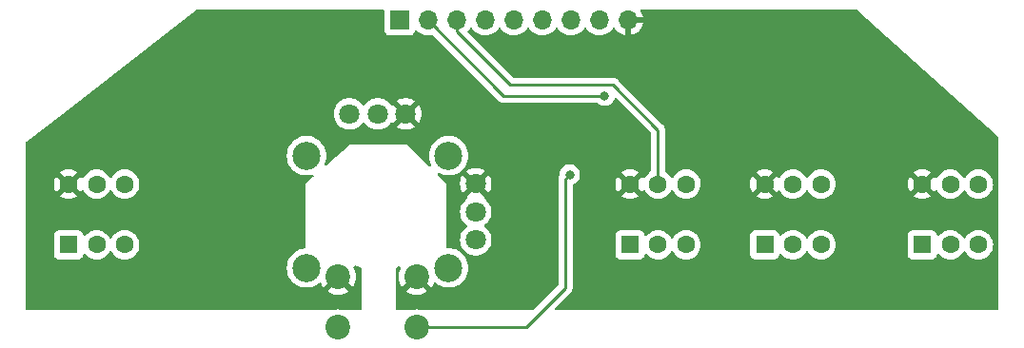
<source format=gtl>
%TF.GenerationSoftware,KiCad,Pcbnew,7.0.9-7.0.9~ubuntu23.10.1*%
%TF.CreationDate,2023-12-22T14:56:40-05:00*%
%TF.ProjectId,buttons,62757474-6f6e-4732-9e6b-696361645f70,rev?*%
%TF.SameCoordinates,Original*%
%TF.FileFunction,Copper,L1,Top*%
%TF.FilePolarity,Positive*%
%FSLAX46Y46*%
G04 Gerber Fmt 4.6, Leading zero omitted, Abs format (unit mm)*
G04 Created by KiCad (PCBNEW 7.0.9-7.0.9~ubuntu23.10.1) date 2023-12-22 14:56:40*
%MOMM*%
%LPD*%
G01*
G04 APERTURE LIST*
%TA.AperFunction,ComponentPad*%
%ADD10C,1.600000*%
%TD*%
%TA.AperFunction,ComponentPad*%
%ADD11R,1.600000X1.600000*%
%TD*%
%TA.AperFunction,ComponentPad*%
%ADD12C,1.800000*%
%TD*%
%TA.AperFunction,ComponentPad*%
%ADD13C,2.500000*%
%TD*%
%TA.AperFunction,ComponentPad*%
%ADD14C,2.200000*%
%TD*%
%TA.AperFunction,ComponentPad*%
%ADD15R,1.700000X1.700000*%
%TD*%
%TA.AperFunction,ComponentPad*%
%ADD16O,1.700000X1.700000*%
%TD*%
%TA.AperFunction,ViaPad*%
%ADD17C,0.800000*%
%TD*%
%TA.AperFunction,Conductor*%
%ADD18C,0.250000*%
%TD*%
G04 APERTURE END LIST*
D10*
%TO.P,SW3,1*%
%TO.N,GND*%
X175250000Y-107750000D03*
%TO.P,SW3,2*%
%TO.N,/TABBTN*%
X172750000Y-107750000D03*
%TO.P,SW3,3*%
%TO.N,+3V3*%
X170250000Y-107750000D03*
%TO.P,SW3,4*%
%TO.N,unconnected-(SW3-Pad4)*%
X175250000Y-113150000D03*
%TO.P,SW3,5*%
%TO.N,unconnected-(SW3-Pad5)*%
X172750000Y-113150000D03*
D11*
%TO.P,SW3,6*%
%TO.N,unconnected-(SW3-Pad6)*%
X170250000Y-113150000D03*
%TD*%
D10*
%TO.P,SW2,1*%
%TO.N,GND*%
X163250000Y-107750000D03*
%TO.P,SW2,2*%
%TO.N,/SELBTN*%
X160750000Y-107750000D03*
%TO.P,SW2,3*%
%TO.N,+3V3*%
X158250000Y-107750000D03*
%TO.P,SW2,4*%
%TO.N,unconnected-(SW2-Pad4)*%
X163250000Y-113150000D03*
%TO.P,SW2,5*%
%TO.N,unconnected-(SW2-Pad5)*%
X160750000Y-113150000D03*
D11*
%TO.P,SW2,6*%
%TO.N,unconnected-(SW2-Pad6)*%
X158250000Y-113150000D03*
%TD*%
D10*
%TO.P,SW4,1*%
%TO.N,GND*%
X189250000Y-107750000D03*
%TO.P,SW4,2*%
%TO.N,/PWRBTN*%
X186750000Y-107750000D03*
%TO.P,SW4,3*%
%TO.N,+3V3*%
X184250000Y-107750000D03*
%TO.P,SW4,4*%
%TO.N,unconnected-(SW4-Pad4)*%
X189250000Y-113150000D03*
%TO.P,SW4,5*%
%TO.N,unconnected-(SW4-Pad5)*%
X186750000Y-113150000D03*
D11*
%TO.P,SW4,6*%
%TO.N,unconnected-(SW4-Pad6)*%
X184250000Y-113150000D03*
%TD*%
D12*
%TO.P,SW5,1,B*%
%TO.N,GND*%
X144530000Y-112720000D03*
%TO.P,SW5,2,DTA*%
%TO.N,/YADC*%
X144530000Y-110220000D03*
%TO.P,SW5,3,A*%
%TO.N,+3V3*%
X144530000Y-107720000D03*
%TO.P,SW5,4,A*%
X138300000Y-101490000D03*
%TO.P,SW5,5,DTA*%
%TO.N,/XADC*%
X135800000Y-101490000D03*
%TO.P,SW5,6,B*%
%TO.N,GND*%
X133300000Y-101490000D03*
D13*
%TO.P,SW5,7,GND*%
X129470000Y-105220000D03*
%TO.P,SW5,8,GND*%
X129470000Y-115220000D03*
%TO.P,SW5,9,GND*%
X142120000Y-115220000D03*
%TO.P,SW5,10,GND*%
X142120000Y-105220000D03*
D14*
%TO.P,SW5,a,a*%
%TO.N,+3V3*%
X132280000Y-116010000D03*
%TO.P,SW5,b,b*%
%TO.N,/ADCBTN*%
X132280000Y-120510000D03*
%TO.P,SW5,c,c*%
%TO.N,+3V3*%
X139280000Y-116010000D03*
%TO.P,SW5,d,d*%
%TO.N,/ADCBTN*%
X139280000Y-120510000D03*
%TD*%
D10*
%TO.P,SW1,1*%
%TO.N,GND*%
X113300000Y-107750000D03*
%TO.P,SW1,2*%
%TO.N,/MENBTN*%
X110800000Y-107750000D03*
%TO.P,SW1,3*%
%TO.N,+3V3*%
X108300000Y-107750000D03*
%TO.P,SW1,4*%
%TO.N,unconnected-(SW1-Pad4)*%
X113300000Y-113150000D03*
%TO.P,SW1,5*%
%TO.N,unconnected-(SW1-Pad5)*%
X110800000Y-113150000D03*
D11*
%TO.P,SW1,6*%
%TO.N,unconnected-(SW1-Pad6)*%
X108300000Y-113150000D03*
%TD*%
D15*
%TO.P,J1,1,Pin_1*%
%TO.N,GND*%
X137750000Y-93175000D03*
D16*
%TO.P,J1,2,Pin_2*%
%TO.N,/PWRBTN*%
X140290000Y-93175000D03*
%TO.P,J1,3,Pin_3*%
%TO.N,/SELBTN*%
X142830000Y-93175000D03*
%TO.P,J1,4,Pin_4*%
%TO.N,/XADC*%
X145370000Y-93175000D03*
%TO.P,J1,5,Pin_5*%
%TO.N,/YADC*%
X147910000Y-93175000D03*
%TO.P,J1,6,Pin_6*%
%TO.N,/MENBTN*%
X150450000Y-93175000D03*
%TO.P,J1,7,Pin_7*%
%TO.N,/ADCBTN*%
X152990000Y-93175000D03*
%TO.P,J1,8,Pin_8*%
%TO.N,/TABBTN*%
X155530000Y-93175000D03*
%TO.P,J1,9,Pin_9*%
%TO.N,+3V3*%
X158070000Y-93175000D03*
%TD*%
D17*
%TO.N,/ADCBTN*%
X152900000Y-106900000D03*
%TO.N,/PWRBTN*%
X156000000Y-99900000D03*
%TD*%
D18*
%TO.N,/ADCBTN*%
X148990000Y-120510000D02*
X139280000Y-120510000D01*
X152900000Y-106900000D02*
X152510000Y-107290000D01*
X152510000Y-107290000D02*
X152510000Y-116990000D01*
X152510000Y-116990000D02*
X148990000Y-120510000D01*
%TO.N,/SELBTN*%
X147600000Y-98900000D02*
X142830000Y-94130000D01*
X156725305Y-98900000D02*
X147600000Y-98900000D01*
X160750000Y-102924695D02*
X156725305Y-98900000D01*
X142830000Y-94130000D02*
X142830000Y-93175000D01*
X160750000Y-107750000D02*
X160750000Y-102924695D01*
%TO.N,/PWRBTN*%
X156000000Y-99900000D02*
X147015000Y-99900000D01*
X147015000Y-99900000D02*
X140290000Y-93175000D01*
%TD*%
%TA.AperFunction,Conductor*%
%TO.N,+3V3*%
G36*
X136342539Y-92219685D02*
G01*
X136388294Y-92272489D01*
X136399500Y-92324000D01*
X136399500Y-94072870D01*
X136399501Y-94072876D01*
X136405908Y-94132483D01*
X136456202Y-94267328D01*
X136456206Y-94267335D01*
X136542452Y-94382544D01*
X136542455Y-94382547D01*
X136657664Y-94468793D01*
X136657671Y-94468797D01*
X136792517Y-94519091D01*
X136792516Y-94519091D01*
X136799444Y-94519835D01*
X136852127Y-94525500D01*
X138647872Y-94525499D01*
X138707483Y-94519091D01*
X138842331Y-94468796D01*
X138957546Y-94382546D01*
X139043796Y-94267331D01*
X139092810Y-94135916D01*
X139134681Y-94079984D01*
X139200145Y-94055566D01*
X139268418Y-94070417D01*
X139296673Y-94091569D01*
X139418599Y-94213495D01*
X139515384Y-94281265D01*
X139612165Y-94349032D01*
X139612167Y-94349033D01*
X139612170Y-94349035D01*
X139826337Y-94448903D01*
X140054592Y-94510063D01*
X140231034Y-94525500D01*
X140289999Y-94530659D01*
X140290000Y-94530659D01*
X140290001Y-94530659D01*
X140348966Y-94525500D01*
X140525408Y-94510063D01*
X140625873Y-94483143D01*
X140695722Y-94484806D01*
X140745647Y-94515237D01*
X146514197Y-100283788D01*
X146524022Y-100296051D01*
X146524243Y-100295869D01*
X146529214Y-100301878D01*
X146541624Y-100313531D01*
X146579635Y-100349226D01*
X146600529Y-100370120D01*
X146606011Y-100374373D01*
X146610443Y-100378157D01*
X146644418Y-100410062D01*
X146661976Y-100419714D01*
X146678235Y-100430395D01*
X146694064Y-100442673D01*
X146736838Y-100461182D01*
X146742056Y-100463738D01*
X146782908Y-100486197D01*
X146802316Y-100491180D01*
X146820717Y-100497480D01*
X146839104Y-100505437D01*
X146882488Y-100512308D01*
X146885119Y-100512725D01*
X146890839Y-100513909D01*
X146935981Y-100525500D01*
X146956016Y-100525500D01*
X146975414Y-100527026D01*
X146995194Y-100530159D01*
X146995195Y-100530160D01*
X146995195Y-100530159D01*
X146995196Y-100530160D01*
X147041584Y-100525775D01*
X147047422Y-100525500D01*
X155296252Y-100525500D01*
X155363291Y-100545185D01*
X155388400Y-100566526D01*
X155394126Y-100572885D01*
X155394130Y-100572889D01*
X155547265Y-100684148D01*
X155547270Y-100684151D01*
X155720192Y-100761142D01*
X155720197Y-100761144D01*
X155905354Y-100800500D01*
X155905355Y-100800500D01*
X156094644Y-100800500D01*
X156094646Y-100800500D01*
X156279803Y-100761144D01*
X156452730Y-100684151D01*
X156605871Y-100572888D01*
X156732533Y-100432216D01*
X156827179Y-100268284D01*
X156858286Y-100172545D01*
X156897723Y-100114871D01*
X156962082Y-100087672D01*
X157030928Y-100099586D01*
X157063898Y-100123183D01*
X160088181Y-103147466D01*
X160121666Y-103208789D01*
X160124500Y-103235147D01*
X160124500Y-106535811D01*
X160104815Y-106602850D01*
X160071623Y-106637386D01*
X159910859Y-106749953D01*
X159749954Y-106910858D01*
X159619432Y-107097265D01*
X159619430Y-107097269D01*
X159612105Y-107112978D01*
X159565931Y-107165417D01*
X159498737Y-107184567D01*
X159431857Y-107164350D01*
X159387341Y-107112974D01*
X159380132Y-107097515D01*
X159380131Y-107097512D01*
X159329026Y-107024526D01*
X159329025Y-107024526D01*
X158733075Y-107620476D01*
X158709492Y-107540157D01*
X158631760Y-107419203D01*
X158523100Y-107325048D01*
X158392315Y-107265321D01*
X158382532Y-107263914D01*
X158975472Y-106670974D01*
X158975471Y-106670973D01*
X158902483Y-106619866D01*
X158902481Y-106619865D01*
X158696326Y-106523734D01*
X158696317Y-106523730D01*
X158476610Y-106464860D01*
X158476599Y-106464858D01*
X158250002Y-106445034D01*
X158249998Y-106445034D01*
X158023400Y-106464858D01*
X158023389Y-106464860D01*
X157803682Y-106523730D01*
X157803673Y-106523734D01*
X157597513Y-106619868D01*
X157524527Y-106670972D01*
X157524526Y-106670973D01*
X158117468Y-107263914D01*
X158107685Y-107265321D01*
X157976900Y-107325048D01*
X157868240Y-107419203D01*
X157790508Y-107540157D01*
X157766923Y-107620476D01*
X157170973Y-107024526D01*
X157170972Y-107024527D01*
X157119868Y-107097513D01*
X157023734Y-107303673D01*
X157023730Y-107303682D01*
X156964860Y-107523389D01*
X156964858Y-107523400D01*
X156945034Y-107749997D01*
X156945034Y-107750002D01*
X156964858Y-107976599D01*
X156964860Y-107976610D01*
X157023730Y-108196317D01*
X157023734Y-108196326D01*
X157119865Y-108402481D01*
X157119866Y-108402483D01*
X157170973Y-108475471D01*
X157170974Y-108475472D01*
X157766923Y-107879522D01*
X157790508Y-107959843D01*
X157868240Y-108080797D01*
X157976900Y-108174952D01*
X158107685Y-108234679D01*
X158117467Y-108236085D01*
X157524526Y-108829025D01*
X157524526Y-108829026D01*
X157597512Y-108880131D01*
X157597516Y-108880133D01*
X157803673Y-108976265D01*
X157803682Y-108976269D01*
X158023389Y-109035139D01*
X158023400Y-109035141D01*
X158249998Y-109054966D01*
X158250002Y-109054966D01*
X158476599Y-109035141D01*
X158476610Y-109035139D01*
X158696317Y-108976269D01*
X158696331Y-108976264D01*
X158902478Y-108880136D01*
X158975472Y-108829025D01*
X158382533Y-108236085D01*
X158392315Y-108234679D01*
X158523100Y-108174952D01*
X158631760Y-108080797D01*
X158709492Y-107959843D01*
X158733076Y-107879523D01*
X159329025Y-108475472D01*
X159380134Y-108402481D01*
X159387340Y-108387028D01*
X159433511Y-108334587D01*
X159500704Y-108315433D01*
X159567585Y-108335646D01*
X159612105Y-108387022D01*
X159619430Y-108402730D01*
X159619432Y-108402734D01*
X159749954Y-108589141D01*
X159910858Y-108750045D01*
X159910861Y-108750047D01*
X160097266Y-108880568D01*
X160303504Y-108976739D01*
X160523308Y-109035635D01*
X160685230Y-109049801D01*
X160749998Y-109055468D01*
X160750000Y-109055468D01*
X160750002Y-109055468D01*
X160806673Y-109050509D01*
X160976692Y-109035635D01*
X161196496Y-108976739D01*
X161402734Y-108880568D01*
X161589139Y-108750047D01*
X161750047Y-108589139D01*
X161880568Y-108402734D01*
X161887618Y-108387614D01*
X161933789Y-108335176D01*
X162000982Y-108316023D01*
X162067864Y-108336238D01*
X162112381Y-108387614D01*
X162119432Y-108402733D01*
X162119432Y-108402734D01*
X162249954Y-108589141D01*
X162410858Y-108750045D01*
X162410861Y-108750047D01*
X162597266Y-108880568D01*
X162803504Y-108976739D01*
X163023308Y-109035635D01*
X163185230Y-109049801D01*
X163249998Y-109055468D01*
X163250000Y-109055468D01*
X163250002Y-109055468D01*
X163306673Y-109050509D01*
X163476692Y-109035635D01*
X163696496Y-108976739D01*
X163902734Y-108880568D01*
X164089139Y-108750047D01*
X164250047Y-108589139D01*
X164380568Y-108402734D01*
X164476739Y-108196496D01*
X164535635Y-107976692D01*
X164555468Y-107750002D01*
X168945034Y-107750002D01*
X168964858Y-107976599D01*
X168964860Y-107976610D01*
X169023730Y-108196317D01*
X169023734Y-108196326D01*
X169119865Y-108402481D01*
X169119866Y-108402483D01*
X169170973Y-108475471D01*
X169170974Y-108475472D01*
X169766923Y-107879522D01*
X169790508Y-107959843D01*
X169868240Y-108080797D01*
X169976900Y-108174952D01*
X170107685Y-108234679D01*
X170117467Y-108236085D01*
X169524526Y-108829025D01*
X169524526Y-108829026D01*
X169597512Y-108880131D01*
X169597516Y-108880133D01*
X169803673Y-108976265D01*
X169803682Y-108976269D01*
X170023389Y-109035139D01*
X170023400Y-109035141D01*
X170249998Y-109054966D01*
X170250002Y-109054966D01*
X170476599Y-109035141D01*
X170476610Y-109035139D01*
X170696317Y-108976269D01*
X170696331Y-108976264D01*
X170902478Y-108880136D01*
X170975472Y-108829025D01*
X170382533Y-108236085D01*
X170392315Y-108234679D01*
X170523100Y-108174952D01*
X170631760Y-108080797D01*
X170709492Y-107959843D01*
X170733076Y-107879523D01*
X171329025Y-108475472D01*
X171380134Y-108402481D01*
X171387340Y-108387028D01*
X171433511Y-108334587D01*
X171500704Y-108315433D01*
X171567585Y-108335646D01*
X171612105Y-108387022D01*
X171619430Y-108402730D01*
X171619432Y-108402734D01*
X171749954Y-108589141D01*
X171910858Y-108750045D01*
X171910861Y-108750047D01*
X172097266Y-108880568D01*
X172303504Y-108976739D01*
X172523308Y-109035635D01*
X172685230Y-109049801D01*
X172749998Y-109055468D01*
X172750000Y-109055468D01*
X172750002Y-109055468D01*
X172806673Y-109050509D01*
X172976692Y-109035635D01*
X173196496Y-108976739D01*
X173402734Y-108880568D01*
X173589139Y-108750047D01*
X173750047Y-108589139D01*
X173880568Y-108402734D01*
X173887618Y-108387614D01*
X173933789Y-108335176D01*
X174000982Y-108316023D01*
X174067864Y-108336238D01*
X174112381Y-108387614D01*
X174119432Y-108402733D01*
X174119432Y-108402734D01*
X174249954Y-108589141D01*
X174410858Y-108750045D01*
X174410861Y-108750047D01*
X174597266Y-108880568D01*
X174803504Y-108976739D01*
X175023308Y-109035635D01*
X175185230Y-109049801D01*
X175249998Y-109055468D01*
X175250000Y-109055468D01*
X175250002Y-109055468D01*
X175306673Y-109050509D01*
X175476692Y-109035635D01*
X175696496Y-108976739D01*
X175902734Y-108880568D01*
X176089139Y-108750047D01*
X176250047Y-108589139D01*
X176380568Y-108402734D01*
X176476739Y-108196496D01*
X176535635Y-107976692D01*
X176555468Y-107750002D01*
X182945034Y-107750002D01*
X182964858Y-107976599D01*
X182964860Y-107976610D01*
X183023730Y-108196317D01*
X183023734Y-108196326D01*
X183119865Y-108402481D01*
X183119866Y-108402483D01*
X183170973Y-108475471D01*
X183170974Y-108475472D01*
X183766923Y-107879522D01*
X183790508Y-107959843D01*
X183868240Y-108080797D01*
X183976900Y-108174952D01*
X184107685Y-108234679D01*
X184117467Y-108236085D01*
X183524526Y-108829025D01*
X183524526Y-108829026D01*
X183597512Y-108880131D01*
X183597516Y-108880133D01*
X183803673Y-108976265D01*
X183803682Y-108976269D01*
X184023389Y-109035139D01*
X184023400Y-109035141D01*
X184249998Y-109054966D01*
X184250002Y-109054966D01*
X184476599Y-109035141D01*
X184476610Y-109035139D01*
X184696317Y-108976269D01*
X184696331Y-108976264D01*
X184902478Y-108880136D01*
X184975472Y-108829025D01*
X184382533Y-108236085D01*
X184392315Y-108234679D01*
X184523100Y-108174952D01*
X184631760Y-108080797D01*
X184709492Y-107959843D01*
X184733076Y-107879523D01*
X185329025Y-108475472D01*
X185380134Y-108402481D01*
X185387340Y-108387028D01*
X185433511Y-108334587D01*
X185500704Y-108315433D01*
X185567585Y-108335646D01*
X185612105Y-108387022D01*
X185619430Y-108402730D01*
X185619432Y-108402734D01*
X185749954Y-108589141D01*
X185910858Y-108750045D01*
X185910861Y-108750047D01*
X186097266Y-108880568D01*
X186303504Y-108976739D01*
X186523308Y-109035635D01*
X186685230Y-109049801D01*
X186749998Y-109055468D01*
X186750000Y-109055468D01*
X186750002Y-109055468D01*
X186806673Y-109050509D01*
X186976692Y-109035635D01*
X187196496Y-108976739D01*
X187402734Y-108880568D01*
X187589139Y-108750047D01*
X187750047Y-108589139D01*
X187880568Y-108402734D01*
X187887618Y-108387614D01*
X187933789Y-108335176D01*
X188000982Y-108316023D01*
X188067864Y-108336238D01*
X188112381Y-108387614D01*
X188119432Y-108402733D01*
X188119432Y-108402734D01*
X188249954Y-108589141D01*
X188410858Y-108750045D01*
X188410861Y-108750047D01*
X188597266Y-108880568D01*
X188803504Y-108976739D01*
X189023308Y-109035635D01*
X189185230Y-109049801D01*
X189249998Y-109055468D01*
X189250000Y-109055468D01*
X189250002Y-109055468D01*
X189306673Y-109050509D01*
X189476692Y-109035635D01*
X189696496Y-108976739D01*
X189902734Y-108880568D01*
X190089139Y-108750047D01*
X190250047Y-108589139D01*
X190380568Y-108402734D01*
X190476739Y-108196496D01*
X190535635Y-107976692D01*
X190555468Y-107750000D01*
X190552843Y-107720001D01*
X190549179Y-107678111D01*
X190535635Y-107523308D01*
X190481023Y-107319492D01*
X190476741Y-107303511D01*
X190476738Y-107303502D01*
X190461206Y-107270194D01*
X190380568Y-107097266D01*
X190250047Y-106910861D01*
X190250045Y-106910858D01*
X190089141Y-106749954D01*
X189902734Y-106619432D01*
X189902732Y-106619431D01*
X189696497Y-106523261D01*
X189696488Y-106523258D01*
X189476697Y-106464366D01*
X189476693Y-106464365D01*
X189476692Y-106464365D01*
X189476691Y-106464364D01*
X189476686Y-106464364D01*
X189250002Y-106444532D01*
X189249998Y-106444532D01*
X189023313Y-106464364D01*
X189023302Y-106464366D01*
X188803511Y-106523258D01*
X188803502Y-106523261D01*
X188597267Y-106619431D01*
X188597265Y-106619432D01*
X188410858Y-106749954D01*
X188249954Y-106910858D01*
X188119433Y-107097264D01*
X188119432Y-107097266D01*
X188112380Y-107112387D01*
X188066209Y-107164825D01*
X187999015Y-107183976D01*
X187932134Y-107163760D01*
X187887619Y-107112387D01*
X187880568Y-107097266D01*
X187750047Y-106910861D01*
X187750045Y-106910858D01*
X187589141Y-106749954D01*
X187402734Y-106619432D01*
X187402732Y-106619431D01*
X187196497Y-106523261D01*
X187196488Y-106523258D01*
X186976697Y-106464366D01*
X186976693Y-106464365D01*
X186976692Y-106464365D01*
X186976691Y-106464364D01*
X186976686Y-106464364D01*
X186750002Y-106444532D01*
X186749998Y-106444532D01*
X186523313Y-106464364D01*
X186523302Y-106464366D01*
X186303511Y-106523258D01*
X186303502Y-106523261D01*
X186097267Y-106619431D01*
X186097265Y-106619432D01*
X185910858Y-106749954D01*
X185749954Y-106910858D01*
X185619432Y-107097265D01*
X185619430Y-107097269D01*
X185612105Y-107112978D01*
X185565931Y-107165417D01*
X185498737Y-107184567D01*
X185431857Y-107164350D01*
X185387341Y-107112974D01*
X185380132Y-107097515D01*
X185380131Y-107097512D01*
X185329026Y-107024526D01*
X185329025Y-107024526D01*
X184733075Y-107620476D01*
X184709492Y-107540157D01*
X184631760Y-107419203D01*
X184523100Y-107325048D01*
X184392315Y-107265321D01*
X184382532Y-107263914D01*
X184975472Y-106670974D01*
X184975471Y-106670973D01*
X184902483Y-106619866D01*
X184902481Y-106619865D01*
X184696326Y-106523734D01*
X184696317Y-106523730D01*
X184476610Y-106464860D01*
X184476599Y-106464858D01*
X184250002Y-106445034D01*
X184249998Y-106445034D01*
X184023400Y-106464858D01*
X184023389Y-106464860D01*
X183803682Y-106523730D01*
X183803673Y-106523734D01*
X183597513Y-106619868D01*
X183524527Y-106670972D01*
X183524526Y-106670973D01*
X184117468Y-107263914D01*
X184107685Y-107265321D01*
X183976900Y-107325048D01*
X183868240Y-107419203D01*
X183790508Y-107540157D01*
X183766923Y-107620476D01*
X183170973Y-107024526D01*
X183170972Y-107024527D01*
X183119868Y-107097513D01*
X183023734Y-107303673D01*
X183023730Y-107303682D01*
X182964860Y-107523389D01*
X182964858Y-107523400D01*
X182945034Y-107749997D01*
X182945034Y-107750002D01*
X176555468Y-107750002D01*
X176555468Y-107750000D01*
X176552843Y-107720001D01*
X176549179Y-107678111D01*
X176535635Y-107523308D01*
X176481023Y-107319492D01*
X176476741Y-107303511D01*
X176476738Y-107303502D01*
X176461206Y-107270194D01*
X176380568Y-107097266D01*
X176250047Y-106910861D01*
X176250045Y-106910858D01*
X176089141Y-106749954D01*
X175902734Y-106619432D01*
X175902732Y-106619431D01*
X175696497Y-106523261D01*
X175696488Y-106523258D01*
X175476697Y-106464366D01*
X175476693Y-106464365D01*
X175476692Y-106464365D01*
X175476691Y-106464364D01*
X175476686Y-106464364D01*
X175250002Y-106444532D01*
X175249998Y-106444532D01*
X175023313Y-106464364D01*
X175023302Y-106464366D01*
X174803511Y-106523258D01*
X174803502Y-106523261D01*
X174597267Y-106619431D01*
X174597265Y-106619432D01*
X174410858Y-106749954D01*
X174249954Y-106910858D01*
X174119433Y-107097264D01*
X174119432Y-107097266D01*
X174112380Y-107112387D01*
X174066209Y-107164825D01*
X173999015Y-107183976D01*
X173932134Y-107163760D01*
X173887619Y-107112387D01*
X173880568Y-107097266D01*
X173750047Y-106910861D01*
X173750045Y-106910858D01*
X173589141Y-106749954D01*
X173402734Y-106619432D01*
X173402732Y-106619431D01*
X173196497Y-106523261D01*
X173196488Y-106523258D01*
X172976697Y-106464366D01*
X172976693Y-106464365D01*
X172976692Y-106464365D01*
X172976691Y-106464364D01*
X172976686Y-106464364D01*
X172750002Y-106444532D01*
X172749998Y-106444532D01*
X172523313Y-106464364D01*
X172523302Y-106464366D01*
X172303511Y-106523258D01*
X172303502Y-106523261D01*
X172097267Y-106619431D01*
X172097265Y-106619432D01*
X171910858Y-106749954D01*
X171749954Y-106910858D01*
X171619432Y-107097265D01*
X171619430Y-107097269D01*
X171612105Y-107112978D01*
X171565931Y-107165417D01*
X171498737Y-107184567D01*
X171431857Y-107164350D01*
X171387341Y-107112974D01*
X171380132Y-107097515D01*
X171380131Y-107097512D01*
X171329026Y-107024526D01*
X170733075Y-107620476D01*
X170709492Y-107540157D01*
X170631760Y-107419203D01*
X170523100Y-107325048D01*
X170392315Y-107265321D01*
X170382532Y-107263914D01*
X170975472Y-106670974D01*
X170975471Y-106670973D01*
X170902483Y-106619866D01*
X170902481Y-106619865D01*
X170696326Y-106523734D01*
X170696317Y-106523730D01*
X170476610Y-106464860D01*
X170476599Y-106464858D01*
X170250002Y-106445034D01*
X170249998Y-106445034D01*
X170023400Y-106464858D01*
X170023389Y-106464860D01*
X169803682Y-106523730D01*
X169803673Y-106523734D01*
X169597513Y-106619868D01*
X169524527Y-106670972D01*
X169524526Y-106670973D01*
X170117468Y-107263914D01*
X170107685Y-107265321D01*
X169976900Y-107325048D01*
X169868240Y-107419203D01*
X169790508Y-107540157D01*
X169766923Y-107620476D01*
X169170973Y-107024526D01*
X169170972Y-107024527D01*
X169119868Y-107097513D01*
X169023734Y-107303673D01*
X169023730Y-107303682D01*
X168964860Y-107523389D01*
X168964858Y-107523400D01*
X168945034Y-107749997D01*
X168945034Y-107750002D01*
X164555468Y-107750002D01*
X164555468Y-107750000D01*
X164552843Y-107720001D01*
X164549179Y-107678111D01*
X164535635Y-107523308D01*
X164481023Y-107319492D01*
X164476741Y-107303511D01*
X164476738Y-107303502D01*
X164461206Y-107270194D01*
X164380568Y-107097266D01*
X164250047Y-106910861D01*
X164250045Y-106910858D01*
X164089141Y-106749954D01*
X163902734Y-106619432D01*
X163902732Y-106619431D01*
X163696497Y-106523261D01*
X163696488Y-106523258D01*
X163476697Y-106464366D01*
X163476693Y-106464365D01*
X163476692Y-106464365D01*
X163476691Y-106464364D01*
X163476686Y-106464364D01*
X163250002Y-106444532D01*
X163249998Y-106444532D01*
X163023313Y-106464364D01*
X163023302Y-106464366D01*
X162803511Y-106523258D01*
X162803502Y-106523261D01*
X162597267Y-106619431D01*
X162597265Y-106619432D01*
X162410858Y-106749954D01*
X162249954Y-106910858D01*
X162119433Y-107097264D01*
X162119432Y-107097266D01*
X162112380Y-107112387D01*
X162066209Y-107164825D01*
X161999015Y-107183976D01*
X161932134Y-107163760D01*
X161887619Y-107112387D01*
X161880568Y-107097266D01*
X161750047Y-106910861D01*
X161750045Y-106910858D01*
X161589140Y-106749953D01*
X161428377Y-106637386D01*
X161384752Y-106582809D01*
X161375500Y-106535811D01*
X161375500Y-103007432D01*
X161377224Y-102991818D01*
X161376938Y-102991791D01*
X161377672Y-102984028D01*
X161375500Y-102914898D01*
X161375500Y-102885346D01*
X161375500Y-102885345D01*
X161374629Y-102878454D01*
X161374172Y-102872640D01*
X161372709Y-102826067D01*
X161367122Y-102806839D01*
X161363174Y-102787779D01*
X161361805Y-102776938D01*
X161360664Y-102767903D01*
X161343507Y-102724570D01*
X161341619Y-102719054D01*
X161328619Y-102674307D01*
X161318418Y-102657058D01*
X161309860Y-102639589D01*
X161302486Y-102620963D01*
X161302483Y-102620959D01*
X161302483Y-102620958D01*
X161275098Y-102583266D01*
X161271890Y-102578382D01*
X161248172Y-102538277D01*
X161248163Y-102538266D01*
X161234005Y-102524108D01*
X161221370Y-102509315D01*
X161209593Y-102493107D01*
X161173693Y-102463408D01*
X161169381Y-102459485D01*
X157226108Y-98516212D01*
X157216285Y-98503950D01*
X157216064Y-98504134D01*
X157211091Y-98498123D01*
X157160669Y-98450773D01*
X157150224Y-98440328D01*
X157139780Y-98429883D01*
X157134291Y-98425625D01*
X157129866Y-98421847D01*
X157095887Y-98389938D01*
X157095885Y-98389936D01*
X157095882Y-98389935D01*
X157078334Y-98380288D01*
X157062068Y-98369604D01*
X157046238Y-98357325D01*
X157003473Y-98338818D01*
X156998227Y-98336248D01*
X156957398Y-98313803D01*
X156957397Y-98313802D01*
X156937998Y-98308822D01*
X156919586Y-98302518D01*
X156901203Y-98294562D01*
X156901197Y-98294560D01*
X156855179Y-98287272D01*
X156849457Y-98286087D01*
X156804326Y-98274500D01*
X156804324Y-98274500D01*
X156784289Y-98274500D01*
X156764891Y-98272973D01*
X156757467Y-98271797D01*
X156745110Y-98269840D01*
X156745109Y-98269840D01*
X156698721Y-98274225D01*
X156692883Y-98274500D01*
X147910452Y-98274500D01*
X147843413Y-98254815D01*
X147822771Y-98238181D01*
X143837424Y-94252833D01*
X143803939Y-94191510D01*
X143808923Y-94121818D01*
X143837423Y-94077472D01*
X143868495Y-94046401D01*
X143998426Y-93860840D01*
X144053001Y-93817217D01*
X144122499Y-93810023D01*
X144184854Y-93841546D01*
X144201574Y-93860841D01*
X144331505Y-94046401D01*
X144498599Y-94213495D01*
X144595384Y-94281265D01*
X144692165Y-94349032D01*
X144692167Y-94349033D01*
X144692170Y-94349035D01*
X144906337Y-94448903D01*
X145134592Y-94510063D01*
X145311034Y-94525500D01*
X145369999Y-94530659D01*
X145370000Y-94530659D01*
X145370001Y-94530659D01*
X145428966Y-94525500D01*
X145605408Y-94510063D01*
X145833663Y-94448903D01*
X146047830Y-94349035D01*
X146241401Y-94213495D01*
X146408495Y-94046401D01*
X146538426Y-93860841D01*
X146593002Y-93817217D01*
X146662500Y-93810023D01*
X146724855Y-93841546D01*
X146741575Y-93860842D01*
X146871281Y-94046082D01*
X146871505Y-94046401D01*
X147038599Y-94213495D01*
X147135384Y-94281265D01*
X147232165Y-94349032D01*
X147232167Y-94349033D01*
X147232170Y-94349035D01*
X147446337Y-94448903D01*
X147674592Y-94510063D01*
X147851034Y-94525500D01*
X147909999Y-94530659D01*
X147910000Y-94530659D01*
X147910001Y-94530659D01*
X147968966Y-94525500D01*
X148145408Y-94510063D01*
X148373663Y-94448903D01*
X148587830Y-94349035D01*
X148781401Y-94213495D01*
X148948495Y-94046401D01*
X149078426Y-93860841D01*
X149133002Y-93817217D01*
X149202500Y-93810023D01*
X149264855Y-93841546D01*
X149281575Y-93860842D01*
X149411281Y-94046082D01*
X149411505Y-94046401D01*
X149578599Y-94213495D01*
X149675384Y-94281265D01*
X149772165Y-94349032D01*
X149772167Y-94349033D01*
X149772170Y-94349035D01*
X149986337Y-94448903D01*
X150214592Y-94510063D01*
X150391034Y-94525500D01*
X150449999Y-94530659D01*
X150450000Y-94530659D01*
X150450001Y-94530659D01*
X150508966Y-94525500D01*
X150685408Y-94510063D01*
X150913663Y-94448903D01*
X151127830Y-94349035D01*
X151321401Y-94213495D01*
X151488495Y-94046401D01*
X151618426Y-93860841D01*
X151673002Y-93817217D01*
X151742500Y-93810023D01*
X151804855Y-93841546D01*
X151821575Y-93860842D01*
X151951281Y-94046082D01*
X151951505Y-94046401D01*
X152118599Y-94213495D01*
X152215384Y-94281265D01*
X152312165Y-94349032D01*
X152312167Y-94349033D01*
X152312170Y-94349035D01*
X152526337Y-94448903D01*
X152754592Y-94510063D01*
X152931034Y-94525500D01*
X152989999Y-94530659D01*
X152990000Y-94530659D01*
X152990001Y-94530659D01*
X153048966Y-94525500D01*
X153225408Y-94510063D01*
X153453663Y-94448903D01*
X153667830Y-94349035D01*
X153861401Y-94213495D01*
X154028495Y-94046401D01*
X154158426Y-93860841D01*
X154213002Y-93817217D01*
X154282500Y-93810023D01*
X154344855Y-93841546D01*
X154361575Y-93860842D01*
X154491281Y-94046082D01*
X154491505Y-94046401D01*
X154658599Y-94213495D01*
X154755384Y-94281265D01*
X154852165Y-94349032D01*
X154852167Y-94349033D01*
X154852170Y-94349035D01*
X155066337Y-94448903D01*
X155294592Y-94510063D01*
X155471034Y-94525500D01*
X155529999Y-94530659D01*
X155530000Y-94530659D01*
X155530001Y-94530659D01*
X155588966Y-94525500D01*
X155765408Y-94510063D01*
X155993663Y-94448903D01*
X156207830Y-94349035D01*
X156401401Y-94213495D01*
X156568495Y-94046401D01*
X156698730Y-93860405D01*
X156753307Y-93816781D01*
X156822805Y-93809587D01*
X156885160Y-93841110D01*
X156901879Y-93860405D01*
X157031890Y-94046078D01*
X157198917Y-94213105D01*
X157392421Y-94348600D01*
X157606507Y-94448429D01*
X157606516Y-94448433D01*
X157820000Y-94505634D01*
X157820000Y-93610501D01*
X157927685Y-93659680D01*
X158034237Y-93675000D01*
X158105763Y-93675000D01*
X158212315Y-93659680D01*
X158320000Y-93610501D01*
X158320000Y-94505633D01*
X158533483Y-94448433D01*
X158533492Y-94448429D01*
X158747578Y-94348600D01*
X158941082Y-94213105D01*
X159108105Y-94046082D01*
X159243600Y-93852578D01*
X159343429Y-93638492D01*
X159343432Y-93638486D01*
X159400636Y-93425000D01*
X158503686Y-93425000D01*
X158529493Y-93384844D01*
X158570000Y-93246889D01*
X158570000Y-93103111D01*
X158529493Y-92965156D01*
X158503686Y-92925000D01*
X159400636Y-92925000D01*
X159400635Y-92924999D01*
X159343432Y-92711513D01*
X159343429Y-92711507D01*
X159243600Y-92497422D01*
X159243599Y-92497420D01*
X159171970Y-92395123D01*
X159149643Y-92328917D01*
X159166653Y-92261150D01*
X159217601Y-92213337D01*
X159273545Y-92200000D01*
X178352541Y-92200000D01*
X178419580Y-92219685D01*
X178435331Y-92231686D01*
X180251425Y-93860405D01*
X190958791Y-103463042D01*
X190995556Y-103522455D01*
X191000000Y-103555355D01*
X191000000Y-118876000D01*
X190980315Y-118943039D01*
X190927511Y-118988794D01*
X190876000Y-119000000D01*
X151683951Y-119000000D01*
X151616912Y-118980315D01*
X151571157Y-118927511D01*
X151561213Y-118858353D01*
X151590238Y-118794797D01*
X151596270Y-118788319D01*
X152893786Y-117490802D01*
X152906048Y-117480980D01*
X152905865Y-117480759D01*
X152911867Y-117475792D01*
X152911877Y-117475786D01*
X152959241Y-117425348D01*
X152980120Y-117404470D01*
X152984373Y-117398986D01*
X152988150Y-117394563D01*
X153020062Y-117360582D01*
X153029714Y-117343023D01*
X153040389Y-117326772D01*
X153052674Y-117310936D01*
X153071186Y-117268152D01*
X153073742Y-117262935D01*
X153096197Y-117222092D01*
X153101180Y-117202680D01*
X153107477Y-117184291D01*
X153115438Y-117165895D01*
X153122729Y-117119853D01*
X153123908Y-117114162D01*
X153135500Y-117069019D01*
X153135500Y-117048983D01*
X153137027Y-117029582D01*
X153140160Y-117009804D01*
X153135775Y-116963415D01*
X153135500Y-116957577D01*
X153135500Y-113997870D01*
X156949500Y-113997870D01*
X156949501Y-113997876D01*
X156955908Y-114057483D01*
X157006202Y-114192328D01*
X157006206Y-114192335D01*
X157092452Y-114307544D01*
X157092455Y-114307547D01*
X157207664Y-114393793D01*
X157207671Y-114393797D01*
X157342517Y-114444091D01*
X157342516Y-114444091D01*
X157349444Y-114444835D01*
X157402127Y-114450500D01*
X159097872Y-114450499D01*
X159157483Y-114444091D01*
X159292331Y-114393796D01*
X159407546Y-114307546D01*
X159493796Y-114192331D01*
X159544091Y-114057483D01*
X159544092Y-114057472D01*
X159545365Y-114052088D01*
X159579933Y-113991369D01*
X159641841Y-113958978D01*
X159711433Y-113965199D01*
X159753725Y-113992912D01*
X159910858Y-114150045D01*
X159910861Y-114150047D01*
X160097266Y-114280568D01*
X160303504Y-114376739D01*
X160303509Y-114376740D01*
X160303511Y-114376741D01*
X160356415Y-114390916D01*
X160523308Y-114435635D01*
X160685230Y-114449801D01*
X160749998Y-114455468D01*
X160750000Y-114455468D01*
X160750002Y-114455468D01*
X160806807Y-114450498D01*
X160976692Y-114435635D01*
X161196496Y-114376739D01*
X161402734Y-114280568D01*
X161589139Y-114150047D01*
X161750047Y-113989139D01*
X161880568Y-113802734D01*
X161887618Y-113787614D01*
X161933789Y-113735176D01*
X162000982Y-113716023D01*
X162067864Y-113736238D01*
X162112381Y-113787614D01*
X162119432Y-113802733D01*
X162119432Y-113802734D01*
X162249954Y-113989141D01*
X162410858Y-114150045D01*
X162410861Y-114150047D01*
X162597266Y-114280568D01*
X162803504Y-114376739D01*
X162803509Y-114376740D01*
X162803511Y-114376741D01*
X162856415Y-114390916D01*
X163023308Y-114435635D01*
X163185230Y-114449801D01*
X163249998Y-114455468D01*
X163250000Y-114455468D01*
X163250002Y-114455468D01*
X163306807Y-114450498D01*
X163476692Y-114435635D01*
X163696496Y-114376739D01*
X163902734Y-114280568D01*
X164089139Y-114150047D01*
X164241316Y-113997870D01*
X168949500Y-113997870D01*
X168949501Y-113997876D01*
X168955908Y-114057483D01*
X169006202Y-114192328D01*
X169006206Y-114192335D01*
X169092452Y-114307544D01*
X169092455Y-114307547D01*
X169207664Y-114393793D01*
X169207671Y-114393797D01*
X169342517Y-114444091D01*
X169342516Y-114444091D01*
X169349444Y-114444835D01*
X169402127Y-114450500D01*
X171097872Y-114450499D01*
X171157483Y-114444091D01*
X171292331Y-114393796D01*
X171407546Y-114307546D01*
X171493796Y-114192331D01*
X171544091Y-114057483D01*
X171544092Y-114057472D01*
X171545365Y-114052088D01*
X171579933Y-113991369D01*
X171641841Y-113958978D01*
X171711433Y-113965199D01*
X171753725Y-113992912D01*
X171910858Y-114150045D01*
X171910861Y-114150047D01*
X172097266Y-114280568D01*
X172303504Y-114376739D01*
X172303509Y-114376740D01*
X172303511Y-114376741D01*
X172356415Y-114390916D01*
X172523308Y-114435635D01*
X172685230Y-114449801D01*
X172749998Y-114455468D01*
X172750000Y-114455468D01*
X172750002Y-114455468D01*
X172806807Y-114450498D01*
X172976692Y-114435635D01*
X173196496Y-114376739D01*
X173402734Y-114280568D01*
X173589139Y-114150047D01*
X173750047Y-113989139D01*
X173880568Y-113802734D01*
X173887618Y-113787614D01*
X173933789Y-113735176D01*
X174000982Y-113716023D01*
X174067864Y-113736238D01*
X174112381Y-113787614D01*
X174119432Y-113802733D01*
X174119432Y-113802734D01*
X174249954Y-113989141D01*
X174410858Y-114150045D01*
X174410861Y-114150047D01*
X174597266Y-114280568D01*
X174803504Y-114376739D01*
X174803509Y-114376740D01*
X174803511Y-114376741D01*
X174856415Y-114390916D01*
X175023308Y-114435635D01*
X175185230Y-114449801D01*
X175249998Y-114455468D01*
X175250000Y-114455468D01*
X175250002Y-114455468D01*
X175306807Y-114450498D01*
X175476692Y-114435635D01*
X175696496Y-114376739D01*
X175902734Y-114280568D01*
X176089139Y-114150047D01*
X176241316Y-113997870D01*
X182949500Y-113997870D01*
X182949501Y-113997876D01*
X182955908Y-114057483D01*
X183006202Y-114192328D01*
X183006206Y-114192335D01*
X183092452Y-114307544D01*
X183092455Y-114307547D01*
X183207664Y-114393793D01*
X183207671Y-114393797D01*
X183342517Y-114444091D01*
X183342516Y-114444091D01*
X183349444Y-114444835D01*
X183402127Y-114450500D01*
X185097872Y-114450499D01*
X185157483Y-114444091D01*
X185292331Y-114393796D01*
X185407546Y-114307546D01*
X185493796Y-114192331D01*
X185544091Y-114057483D01*
X185544092Y-114057472D01*
X185545365Y-114052088D01*
X185579933Y-113991369D01*
X185641841Y-113958978D01*
X185711433Y-113965199D01*
X185753725Y-113992912D01*
X185910858Y-114150045D01*
X185910861Y-114150047D01*
X186097266Y-114280568D01*
X186303504Y-114376739D01*
X186303509Y-114376740D01*
X186303511Y-114376741D01*
X186356415Y-114390916D01*
X186523308Y-114435635D01*
X186685230Y-114449801D01*
X186749998Y-114455468D01*
X186750000Y-114455468D01*
X186750002Y-114455468D01*
X186806807Y-114450498D01*
X186976692Y-114435635D01*
X187196496Y-114376739D01*
X187402734Y-114280568D01*
X187589139Y-114150047D01*
X187750047Y-113989139D01*
X187880568Y-113802734D01*
X187887618Y-113787614D01*
X187933789Y-113735176D01*
X188000982Y-113716023D01*
X188067864Y-113736238D01*
X188112381Y-113787614D01*
X188119432Y-113802733D01*
X188119432Y-113802734D01*
X188249954Y-113989141D01*
X188410858Y-114150045D01*
X188410861Y-114150047D01*
X188597266Y-114280568D01*
X188803504Y-114376739D01*
X188803509Y-114376740D01*
X188803511Y-114376741D01*
X188856415Y-114390916D01*
X189023308Y-114435635D01*
X189185230Y-114449801D01*
X189249998Y-114455468D01*
X189250000Y-114455468D01*
X189250002Y-114455468D01*
X189306807Y-114450498D01*
X189476692Y-114435635D01*
X189696496Y-114376739D01*
X189902734Y-114280568D01*
X190089139Y-114150047D01*
X190250047Y-113989139D01*
X190380568Y-113802734D01*
X190476739Y-113596496D01*
X190535635Y-113376692D01*
X190555468Y-113150000D01*
X190535635Y-112923308D01*
X190476739Y-112703504D01*
X190380568Y-112497266D01*
X190250047Y-112310861D01*
X190250045Y-112310858D01*
X190089141Y-112149954D01*
X189902734Y-112019432D01*
X189902732Y-112019431D01*
X189696497Y-111923261D01*
X189696488Y-111923258D01*
X189476697Y-111864366D01*
X189476693Y-111864365D01*
X189476692Y-111864365D01*
X189476691Y-111864364D01*
X189476686Y-111864364D01*
X189250002Y-111844532D01*
X189249998Y-111844532D01*
X189023313Y-111864364D01*
X189023302Y-111864366D01*
X188803511Y-111923258D01*
X188803502Y-111923261D01*
X188597267Y-112019431D01*
X188597265Y-112019432D01*
X188410858Y-112149954D01*
X188249954Y-112310858D01*
X188119433Y-112497264D01*
X188119432Y-112497266D01*
X188112380Y-112512387D01*
X188066209Y-112564825D01*
X187999015Y-112583976D01*
X187932134Y-112563760D01*
X187887619Y-112512387D01*
X187880568Y-112497266D01*
X187750047Y-112310861D01*
X187750045Y-112310858D01*
X187589141Y-112149954D01*
X187402734Y-112019432D01*
X187402732Y-112019431D01*
X187196497Y-111923261D01*
X187196488Y-111923258D01*
X186976697Y-111864366D01*
X186976693Y-111864365D01*
X186976692Y-111864365D01*
X186976691Y-111864364D01*
X186976686Y-111864364D01*
X186750002Y-111844532D01*
X186749998Y-111844532D01*
X186523313Y-111864364D01*
X186523302Y-111864366D01*
X186303511Y-111923258D01*
X186303502Y-111923261D01*
X186097267Y-112019431D01*
X186097265Y-112019432D01*
X185910862Y-112149951D01*
X185753726Y-112307087D01*
X185692403Y-112340571D01*
X185622711Y-112335587D01*
X185566778Y-112293715D01*
X185545369Y-112247923D01*
X185544091Y-112242518D01*
X185493797Y-112107671D01*
X185493793Y-112107664D01*
X185407547Y-111992455D01*
X185407544Y-111992452D01*
X185292335Y-111906206D01*
X185292328Y-111906202D01*
X185157482Y-111855908D01*
X185157483Y-111855908D01*
X185097883Y-111849501D01*
X185097881Y-111849500D01*
X185097873Y-111849500D01*
X185097864Y-111849500D01*
X183402129Y-111849500D01*
X183402123Y-111849501D01*
X183342516Y-111855908D01*
X183207671Y-111906202D01*
X183207664Y-111906206D01*
X183092455Y-111992452D01*
X183092452Y-111992455D01*
X183006206Y-112107664D01*
X183006202Y-112107671D01*
X182955908Y-112242517D01*
X182949501Y-112302116D01*
X182949500Y-112302135D01*
X182949500Y-113997870D01*
X176241316Y-113997870D01*
X176250047Y-113989139D01*
X176380568Y-113802734D01*
X176476739Y-113596496D01*
X176535635Y-113376692D01*
X176555468Y-113150000D01*
X176535635Y-112923308D01*
X176476739Y-112703504D01*
X176380568Y-112497266D01*
X176250047Y-112310861D01*
X176250045Y-112310858D01*
X176089141Y-112149954D01*
X175902734Y-112019432D01*
X175902732Y-112019431D01*
X175696497Y-111923261D01*
X175696488Y-111923258D01*
X175476697Y-111864366D01*
X175476693Y-111864365D01*
X175476692Y-111864365D01*
X175476691Y-111864364D01*
X175476686Y-111864364D01*
X175250002Y-111844532D01*
X175249998Y-111844532D01*
X175023313Y-111864364D01*
X175023302Y-111864366D01*
X174803511Y-111923258D01*
X174803502Y-111923261D01*
X174597267Y-112019431D01*
X174597265Y-112019432D01*
X174410858Y-112149954D01*
X174249954Y-112310858D01*
X174119433Y-112497264D01*
X174119432Y-112497266D01*
X174112380Y-112512387D01*
X174066209Y-112564825D01*
X173999015Y-112583976D01*
X173932134Y-112563760D01*
X173887619Y-112512387D01*
X173880568Y-112497266D01*
X173750047Y-112310861D01*
X173750045Y-112310858D01*
X173589141Y-112149954D01*
X173402734Y-112019432D01*
X173402732Y-112019431D01*
X173196497Y-111923261D01*
X173196488Y-111923258D01*
X172976697Y-111864366D01*
X172976693Y-111864365D01*
X172976692Y-111864365D01*
X172976691Y-111864364D01*
X172976686Y-111864364D01*
X172750002Y-111844532D01*
X172749998Y-111844532D01*
X172523313Y-111864364D01*
X172523302Y-111864366D01*
X172303511Y-111923258D01*
X172303502Y-111923261D01*
X172097267Y-112019431D01*
X172097265Y-112019432D01*
X171910862Y-112149951D01*
X171753726Y-112307087D01*
X171692403Y-112340571D01*
X171622711Y-112335587D01*
X171566778Y-112293715D01*
X171545369Y-112247923D01*
X171544091Y-112242518D01*
X171493797Y-112107671D01*
X171493793Y-112107664D01*
X171407547Y-111992455D01*
X171407544Y-111992452D01*
X171292335Y-111906206D01*
X171292328Y-111906202D01*
X171157482Y-111855908D01*
X171157483Y-111855908D01*
X171097883Y-111849501D01*
X171097881Y-111849500D01*
X171097873Y-111849500D01*
X171097864Y-111849500D01*
X169402129Y-111849500D01*
X169402123Y-111849501D01*
X169342516Y-111855908D01*
X169207671Y-111906202D01*
X169207664Y-111906206D01*
X169092455Y-111992452D01*
X169092452Y-111992455D01*
X169006206Y-112107664D01*
X169006202Y-112107671D01*
X168955908Y-112242517D01*
X168949501Y-112302116D01*
X168949500Y-112302135D01*
X168949500Y-113997870D01*
X164241316Y-113997870D01*
X164250047Y-113989139D01*
X164380568Y-113802734D01*
X164476739Y-113596496D01*
X164535635Y-113376692D01*
X164555468Y-113150000D01*
X164535635Y-112923308D01*
X164476739Y-112703504D01*
X164380568Y-112497266D01*
X164250047Y-112310861D01*
X164250045Y-112310858D01*
X164089141Y-112149954D01*
X163902734Y-112019432D01*
X163902732Y-112019431D01*
X163696497Y-111923261D01*
X163696488Y-111923258D01*
X163476697Y-111864366D01*
X163476693Y-111864365D01*
X163476692Y-111864365D01*
X163476691Y-111864364D01*
X163476686Y-111864364D01*
X163250002Y-111844532D01*
X163249998Y-111844532D01*
X163023313Y-111864364D01*
X163023302Y-111864366D01*
X162803511Y-111923258D01*
X162803502Y-111923261D01*
X162597267Y-112019431D01*
X162597265Y-112019432D01*
X162410858Y-112149954D01*
X162249954Y-112310858D01*
X162119433Y-112497264D01*
X162119432Y-112497266D01*
X162112380Y-112512387D01*
X162066209Y-112564825D01*
X161999015Y-112583976D01*
X161932134Y-112563760D01*
X161887619Y-112512387D01*
X161880568Y-112497266D01*
X161750047Y-112310861D01*
X161750045Y-112310858D01*
X161589141Y-112149954D01*
X161402734Y-112019432D01*
X161402732Y-112019431D01*
X161196497Y-111923261D01*
X161196488Y-111923258D01*
X160976697Y-111864366D01*
X160976693Y-111864365D01*
X160976692Y-111864365D01*
X160976691Y-111864364D01*
X160976686Y-111864364D01*
X160750002Y-111844532D01*
X160749998Y-111844532D01*
X160523313Y-111864364D01*
X160523302Y-111864366D01*
X160303511Y-111923258D01*
X160303502Y-111923261D01*
X160097267Y-112019431D01*
X160097265Y-112019432D01*
X159910862Y-112149951D01*
X159753726Y-112307087D01*
X159692403Y-112340571D01*
X159622711Y-112335587D01*
X159566778Y-112293715D01*
X159545369Y-112247923D01*
X159544091Y-112242518D01*
X159493797Y-112107671D01*
X159493793Y-112107664D01*
X159407547Y-111992455D01*
X159407544Y-111992452D01*
X159292335Y-111906206D01*
X159292328Y-111906202D01*
X159157482Y-111855908D01*
X159157483Y-111855908D01*
X159097883Y-111849501D01*
X159097881Y-111849500D01*
X159097873Y-111849500D01*
X159097864Y-111849500D01*
X157402129Y-111849500D01*
X157402123Y-111849501D01*
X157342516Y-111855908D01*
X157207671Y-111906202D01*
X157207664Y-111906206D01*
X157092455Y-111992452D01*
X157092452Y-111992455D01*
X157006206Y-112107664D01*
X157006202Y-112107671D01*
X156955908Y-112242517D01*
X156949501Y-112302116D01*
X156949500Y-112302135D01*
X156949500Y-113997870D01*
X153135500Y-113997870D01*
X153135500Y-107861395D01*
X153155185Y-107794356D01*
X153207989Y-107748601D01*
X153209064Y-107748116D01*
X153352730Y-107684151D01*
X153505871Y-107572888D01*
X153632533Y-107432216D01*
X153727179Y-107268284D01*
X153785674Y-107088256D01*
X153805460Y-106900000D01*
X153785674Y-106711744D01*
X153727179Y-106531716D01*
X153632533Y-106367784D01*
X153505871Y-106227112D01*
X153505870Y-106227111D01*
X153352734Y-106115851D01*
X153352729Y-106115848D01*
X153179807Y-106038857D01*
X153179802Y-106038855D01*
X153034001Y-106007865D01*
X152994646Y-105999500D01*
X152805354Y-105999500D01*
X152772897Y-106006398D01*
X152620197Y-106038855D01*
X152620192Y-106038857D01*
X152447270Y-106115848D01*
X152447265Y-106115851D01*
X152294129Y-106227111D01*
X152167466Y-106367785D01*
X152072821Y-106531715D01*
X152072818Y-106531722D01*
X152027573Y-106670973D01*
X152014326Y-106711744D01*
X151999368Y-106854062D01*
X151994101Y-106904179D01*
X151970828Y-106962077D01*
X151971296Y-106962354D01*
X151969487Y-106965410D01*
X151968764Y-106967212D01*
X151967326Y-106969065D01*
X151967324Y-106969068D01*
X151948815Y-107011838D01*
X151946245Y-107017084D01*
X151923803Y-107057906D01*
X151918822Y-107077307D01*
X151912521Y-107095710D01*
X151904562Y-107114102D01*
X151904561Y-107114105D01*
X151897271Y-107160127D01*
X151896087Y-107165846D01*
X151884501Y-107210972D01*
X151884500Y-107210982D01*
X151884500Y-107231016D01*
X151882973Y-107250415D01*
X151879840Y-107270194D01*
X151879840Y-107270195D01*
X151884225Y-107316583D01*
X151884500Y-107322421D01*
X151884500Y-116679547D01*
X151864815Y-116746586D01*
X151848181Y-116767228D01*
X149651728Y-118963681D01*
X149590405Y-118997166D01*
X149564047Y-119000000D01*
X139841511Y-119000000D01*
X139794062Y-118990562D01*
X139776111Y-118983127D01*
X139776107Y-118983126D01*
X139776101Y-118983124D01*
X139531151Y-118924317D01*
X139280000Y-118904551D01*
X139028848Y-118924317D01*
X138783898Y-118983124D01*
X138783892Y-118983126D01*
X138783890Y-118983126D01*
X138783889Y-118983127D01*
X138765937Y-118990562D01*
X138718489Y-119000000D01*
X137524000Y-119000000D01*
X137456961Y-118980315D01*
X137411206Y-118927511D01*
X137400000Y-118876000D01*
X137400000Y-115289374D01*
X137419685Y-115222335D01*
X137472489Y-115176580D01*
X137484782Y-115171739D01*
X137705522Y-115098158D01*
X137775345Y-115095634D01*
X137835450Y-115131259D01*
X137866753Y-115193724D01*
X137859316Y-115263197D01*
X137850464Y-115280580D01*
X137849980Y-115281368D01*
X137753603Y-115514043D01*
X137694812Y-115758927D01*
X137675052Y-116010000D01*
X137694812Y-116261072D01*
X137753603Y-116505956D01*
X137849980Y-116738631D01*
X137981566Y-116953358D01*
X137981577Y-116953374D01*
X137982264Y-116954178D01*
X137982266Y-116954178D01*
X138563338Y-116373106D01*
X138650578Y-116511947D01*
X138778053Y-116639422D01*
X138916891Y-116726660D01*
X138335819Y-117307732D01*
X138336636Y-117308430D01*
X138336638Y-117308432D01*
X138551368Y-117440019D01*
X138784043Y-117536396D01*
X139028927Y-117595187D01*
X139280000Y-117614947D01*
X139531072Y-117595187D01*
X139775956Y-117536396D01*
X140008631Y-117440019D01*
X140223360Y-117308432D01*
X140223371Y-117308424D01*
X140224179Y-117307732D01*
X139643108Y-116726660D01*
X139781947Y-116639422D01*
X139909422Y-116511947D01*
X139996660Y-116373107D01*
X140577732Y-116954179D01*
X140578424Y-116953371D01*
X140578432Y-116953360D01*
X140710019Y-116738630D01*
X140710020Y-116738628D01*
X140773135Y-116586254D01*
X140816975Y-116531850D01*
X140883269Y-116509785D01*
X140950969Y-116527064D01*
X140972035Y-116542806D01*
X141025521Y-116592433D01*
X141242296Y-116740228D01*
X141242301Y-116740230D01*
X141242302Y-116740231D01*
X141242303Y-116740232D01*
X141355774Y-116794876D01*
X141478673Y-116854061D01*
X141478674Y-116854061D01*
X141478677Y-116854063D01*
X141729385Y-116931396D01*
X141988818Y-116970500D01*
X142251182Y-116970500D01*
X142510615Y-116931396D01*
X142761323Y-116854063D01*
X142948111Y-116764110D01*
X142997696Y-116740232D01*
X142997696Y-116740231D01*
X142997704Y-116740228D01*
X143214479Y-116592433D01*
X143406805Y-116413981D01*
X143570386Y-116208857D01*
X143701568Y-115981643D01*
X143797420Y-115737416D01*
X143855802Y-115481630D01*
X143869993Y-115292259D01*
X143875408Y-115220004D01*
X143875408Y-115219995D01*
X143855803Y-114958379D01*
X143855802Y-114958374D01*
X143855802Y-114958370D01*
X143797420Y-114702584D01*
X143701568Y-114458357D01*
X143570386Y-114231143D01*
X143406805Y-114026019D01*
X143406804Y-114026018D01*
X143406801Y-114026014D01*
X143214479Y-113847567D01*
X143148721Y-113802734D01*
X142997704Y-113699772D01*
X142997700Y-113699770D01*
X142997697Y-113699768D01*
X142997696Y-113699767D01*
X142761325Y-113585938D01*
X142761327Y-113585938D01*
X142510623Y-113508606D01*
X142510619Y-113508605D01*
X142510615Y-113508604D01*
X142385823Y-113489794D01*
X142251187Y-113469500D01*
X142251182Y-113469500D01*
X142024000Y-113469500D01*
X141956961Y-113449815D01*
X141911206Y-113397011D01*
X141900000Y-113345500D01*
X141900000Y-112720006D01*
X143124700Y-112720006D01*
X143143864Y-112951297D01*
X143143866Y-112951308D01*
X143200842Y-113176300D01*
X143294075Y-113388848D01*
X143421016Y-113583147D01*
X143421019Y-113583151D01*
X143421021Y-113583153D01*
X143578216Y-113753913D01*
X143578219Y-113753915D01*
X143578222Y-113753918D01*
X143761365Y-113896464D01*
X143761371Y-113896468D01*
X143761374Y-113896470D01*
X143876879Y-113958978D01*
X143948744Y-113997870D01*
X143965497Y-114006936D01*
X144021084Y-114026019D01*
X144185015Y-114082297D01*
X144185017Y-114082297D01*
X144185019Y-114082298D01*
X144413951Y-114120500D01*
X144413952Y-114120500D01*
X144646048Y-114120500D01*
X144646049Y-114120500D01*
X144874981Y-114082298D01*
X145094503Y-114006936D01*
X145298626Y-113896470D01*
X145481784Y-113753913D01*
X145638979Y-113583153D01*
X145765924Y-113388849D01*
X145859157Y-113176300D01*
X145916134Y-112951305D01*
X145916135Y-112951297D01*
X145935300Y-112720006D01*
X145935300Y-112719993D01*
X145916135Y-112488702D01*
X145916133Y-112488691D01*
X145859157Y-112263699D01*
X145765924Y-112051151D01*
X145638983Y-111856852D01*
X145638980Y-111856849D01*
X145638979Y-111856847D01*
X145481784Y-111686087D01*
X145329876Y-111567852D01*
X145289064Y-111511143D01*
X145285389Y-111441370D01*
X145320020Y-111380687D01*
X145329876Y-111372147D01*
X145481784Y-111253913D01*
X145638979Y-111083153D01*
X145765924Y-110888849D01*
X145859157Y-110676300D01*
X145916134Y-110451305D01*
X145935300Y-110220000D01*
X145935300Y-110219993D01*
X145916135Y-109988702D01*
X145916133Y-109988691D01*
X145859157Y-109763699D01*
X145765924Y-109551151D01*
X145638983Y-109356852D01*
X145638980Y-109356849D01*
X145638979Y-109356847D01*
X145481784Y-109186087D01*
X145442699Y-109155666D01*
X145329469Y-109067535D01*
X145288656Y-109010825D01*
X145284982Y-108941052D01*
X145319614Y-108880369D01*
X145328794Y-108872413D01*
X145328798Y-108872351D01*
X144739219Y-108282772D01*
X144832588Y-108244098D01*
X144957924Y-108147924D01*
X145054098Y-108022588D01*
X145092772Y-107929220D01*
X145681186Y-108517634D01*
X145765484Y-108388606D01*
X145858682Y-108176135D01*
X145915638Y-107951218D01*
X145934798Y-107720005D01*
X145934798Y-107719994D01*
X145915638Y-107488781D01*
X145858682Y-107263864D01*
X145765483Y-107051390D01*
X145681186Y-106922364D01*
X145092771Y-107510779D01*
X145054098Y-107417412D01*
X144957924Y-107292076D01*
X144832588Y-107195902D01*
X144739219Y-107157227D01*
X145328799Y-106567648D01*
X145328799Y-106567647D01*
X145298349Y-106543949D01*
X145094302Y-106433523D01*
X145094293Y-106433520D01*
X144874860Y-106358188D01*
X144646007Y-106320000D01*
X144413993Y-106320000D01*
X144185139Y-106358188D01*
X143965706Y-106433520D01*
X143965698Y-106433523D01*
X143761644Y-106543952D01*
X143731200Y-106567646D01*
X143731200Y-106567647D01*
X144320780Y-107157227D01*
X144227412Y-107195902D01*
X144102076Y-107292076D01*
X144005902Y-107417412D01*
X143967227Y-107510780D01*
X143378812Y-106922365D01*
X143294516Y-107051391D01*
X143294514Y-107051395D01*
X143201317Y-107263864D01*
X143144361Y-107488781D01*
X143125202Y-107719994D01*
X143125202Y-107720005D01*
X143144361Y-107951218D01*
X143201317Y-108176135D01*
X143294516Y-108388609D01*
X143378811Y-108517633D01*
X143967227Y-107929218D01*
X144005902Y-108022588D01*
X144102076Y-108147924D01*
X144227412Y-108244098D01*
X144320780Y-108282772D01*
X143731199Y-108872351D01*
X143731227Y-108872801D01*
X143771341Y-108928537D01*
X143775017Y-108998310D01*
X143740387Y-109058994D01*
X143730530Y-109067536D01*
X143578218Y-109186085D01*
X143421016Y-109356852D01*
X143294075Y-109551151D01*
X143200842Y-109763699D01*
X143143866Y-109988691D01*
X143143864Y-109988702D01*
X143124700Y-110219993D01*
X143124700Y-110220006D01*
X143143864Y-110451297D01*
X143143866Y-110451308D01*
X143200842Y-110676300D01*
X143294075Y-110888848D01*
X143421016Y-111083147D01*
X143421019Y-111083151D01*
X143421021Y-111083153D01*
X143578216Y-111253913D01*
X143578219Y-111253915D01*
X143578222Y-111253918D01*
X143730122Y-111372147D01*
X143770935Y-111428857D01*
X143774610Y-111498630D01*
X143739978Y-111559313D01*
X143730122Y-111567853D01*
X143578222Y-111686081D01*
X143578219Y-111686084D01*
X143421016Y-111856852D01*
X143294075Y-112051151D01*
X143200842Y-112263699D01*
X143143866Y-112488691D01*
X143143864Y-112488702D01*
X143124700Y-112719993D01*
X143124700Y-112720006D01*
X141900000Y-112720006D01*
X141900000Y-107700000D01*
X141175685Y-106975685D01*
X141142200Y-106914362D01*
X141147184Y-106844670D01*
X141189056Y-106788737D01*
X141254520Y-106764320D01*
X141317166Y-106776283D01*
X141478677Y-106854063D01*
X141729385Y-106931396D01*
X141988818Y-106970500D01*
X142251182Y-106970500D01*
X142510615Y-106931396D01*
X142761323Y-106854063D01*
X142997704Y-106740228D01*
X143214479Y-106592433D01*
X143406805Y-106413981D01*
X143570386Y-106208857D01*
X143701568Y-105981643D01*
X143797420Y-105737416D01*
X143855802Y-105481630D01*
X143875408Y-105220000D01*
X143855802Y-104958370D01*
X143797420Y-104702584D01*
X143701568Y-104458357D01*
X143570386Y-104231143D01*
X143406805Y-104026019D01*
X143406804Y-104026018D01*
X143406801Y-104026014D01*
X143214479Y-103847567D01*
X142997704Y-103699772D01*
X142997700Y-103699770D01*
X142997697Y-103699768D01*
X142997696Y-103699767D01*
X142761325Y-103585938D01*
X142761327Y-103585938D01*
X142510623Y-103508606D01*
X142510619Y-103508605D01*
X142510615Y-103508604D01*
X142385823Y-103489794D01*
X142251187Y-103469500D01*
X142251182Y-103469500D01*
X141988818Y-103469500D01*
X141988812Y-103469500D01*
X141827247Y-103493853D01*
X141729385Y-103508604D01*
X141729382Y-103508605D01*
X141729376Y-103508606D01*
X141478673Y-103585938D01*
X141242303Y-103699767D01*
X141242302Y-103699768D01*
X141025520Y-103847567D01*
X140833198Y-104026014D01*
X140669614Y-104231143D01*
X140538432Y-104458356D01*
X140442582Y-104702578D01*
X140442576Y-104702597D01*
X140384197Y-104958374D01*
X140384196Y-104958379D01*
X140364592Y-105219995D01*
X140364592Y-105220004D01*
X140384196Y-105481620D01*
X140384197Y-105481625D01*
X140442576Y-105737402D01*
X140442582Y-105737421D01*
X140538432Y-105981643D01*
X140554878Y-106010129D01*
X140571351Y-106078030D01*
X140548498Y-106144057D01*
X140493577Y-106187247D01*
X140424023Y-106193888D01*
X140361921Y-106161872D01*
X140359810Y-106159810D01*
X138400000Y-104200000D01*
X133400000Y-104200000D01*
X131429691Y-105924020D01*
X131271265Y-106062643D01*
X131207850Y-106091974D01*
X131138644Y-106082365D01*
X131085620Y-106036866D01*
X131065611Y-105969922D01*
X131074180Y-105924026D01*
X131147420Y-105737416D01*
X131205802Y-105481630D01*
X131225408Y-105220000D01*
X131205802Y-104958370D01*
X131147420Y-104702584D01*
X131051568Y-104458357D01*
X130920386Y-104231143D01*
X130756805Y-104026019D01*
X130756804Y-104026018D01*
X130756801Y-104026014D01*
X130564479Y-103847567D01*
X130347704Y-103699772D01*
X130347700Y-103699770D01*
X130347697Y-103699768D01*
X130347696Y-103699767D01*
X130111325Y-103585938D01*
X130111327Y-103585938D01*
X129860623Y-103508606D01*
X129860619Y-103508605D01*
X129860615Y-103508604D01*
X129735823Y-103489794D01*
X129601187Y-103469500D01*
X129601182Y-103469500D01*
X129338818Y-103469500D01*
X129338812Y-103469500D01*
X129177247Y-103493853D01*
X129079385Y-103508604D01*
X129079382Y-103508605D01*
X129079376Y-103508606D01*
X128828673Y-103585938D01*
X128592303Y-103699767D01*
X128592302Y-103699768D01*
X128375520Y-103847567D01*
X128183198Y-104026014D01*
X128019614Y-104231143D01*
X127888432Y-104458356D01*
X127792582Y-104702578D01*
X127792576Y-104702597D01*
X127734197Y-104958374D01*
X127734196Y-104958379D01*
X127714592Y-105219995D01*
X127714592Y-105220004D01*
X127734196Y-105481620D01*
X127734197Y-105481625D01*
X127792576Y-105737402D01*
X127792578Y-105737411D01*
X127792580Y-105737416D01*
X127888432Y-105981643D01*
X128019614Y-106208857D01*
X128108248Y-106320000D01*
X128183198Y-106413985D01*
X128348807Y-106567646D01*
X128375521Y-106592433D01*
X128592296Y-106740228D01*
X128592301Y-106740230D01*
X128592302Y-106740231D01*
X128592303Y-106740232D01*
X128667167Y-106776284D01*
X128828673Y-106854061D01*
X128828674Y-106854061D01*
X128828677Y-106854063D01*
X129079385Y-106931396D01*
X129338818Y-106970500D01*
X129601182Y-106970500D01*
X129860615Y-106931396D01*
X129949447Y-106903994D01*
X130019308Y-106903044D01*
X130078594Y-106940016D01*
X130108481Y-107003170D01*
X130099480Y-107072458D01*
X130067650Y-107115805D01*
X129400000Y-107699999D01*
X129400000Y-113353567D01*
X129380315Y-113420606D01*
X129327511Y-113466361D01*
X129294482Y-113476182D01*
X129079382Y-113508604D01*
X129079376Y-113508606D01*
X128828673Y-113585938D01*
X128592303Y-113699767D01*
X128592302Y-113699768D01*
X128375520Y-113847567D01*
X128183198Y-114026014D01*
X128019614Y-114231143D01*
X127888432Y-114458356D01*
X127792582Y-114702578D01*
X127792576Y-114702597D01*
X127734197Y-114958374D01*
X127734196Y-114958379D01*
X127714592Y-115219995D01*
X127714592Y-115220004D01*
X127734196Y-115481620D01*
X127734197Y-115481625D01*
X127792576Y-115737402D01*
X127792578Y-115737411D01*
X127792580Y-115737416D01*
X127888432Y-115981643D01*
X128019614Y-116208857D01*
X128139591Y-116359303D01*
X128183198Y-116413985D01*
X128343709Y-116562916D01*
X128375521Y-116592433D01*
X128592296Y-116740228D01*
X128592301Y-116740230D01*
X128592302Y-116740231D01*
X128592303Y-116740232D01*
X128705774Y-116794876D01*
X128828673Y-116854061D01*
X128828674Y-116854061D01*
X128828677Y-116854063D01*
X129079385Y-116931396D01*
X129338818Y-116970500D01*
X129601182Y-116970500D01*
X129860615Y-116931396D01*
X130111323Y-116854063D01*
X130298111Y-116764110D01*
X130347696Y-116740232D01*
X130347696Y-116740231D01*
X130347704Y-116740228D01*
X130564479Y-116592433D01*
X130596292Y-116562914D01*
X130658821Y-116531746D01*
X130728277Y-116539332D01*
X130782607Y-116583265D01*
X130795193Y-116606361D01*
X130849978Y-116738627D01*
X130849980Y-116738630D01*
X130981566Y-116953358D01*
X130981577Y-116953374D01*
X130982264Y-116954178D01*
X130982266Y-116954178D01*
X131563338Y-116373106D01*
X131650578Y-116511947D01*
X131778053Y-116639422D01*
X131916891Y-116726660D01*
X131335819Y-117307732D01*
X131336636Y-117308430D01*
X131336638Y-117308432D01*
X131551368Y-117440019D01*
X131784043Y-117536396D01*
X132028927Y-117595187D01*
X132280000Y-117614947D01*
X132531072Y-117595187D01*
X132775956Y-117536396D01*
X133008631Y-117440019D01*
X133223360Y-117308432D01*
X133223371Y-117308424D01*
X133224179Y-117307732D01*
X132643108Y-116726660D01*
X132781947Y-116639422D01*
X132909422Y-116511947D01*
X132996660Y-116373107D01*
X133577732Y-116954179D01*
X133578424Y-116953371D01*
X133578432Y-116953360D01*
X133710019Y-116738631D01*
X133806396Y-116505956D01*
X133865187Y-116261072D01*
X133884947Y-116010000D01*
X133865187Y-115758927D01*
X133806396Y-115514043D01*
X133710019Y-115281368D01*
X133663170Y-115204918D01*
X133644925Y-115137472D01*
X133666041Y-115070870D01*
X133719813Y-115026256D01*
X133789169Y-115017796D01*
X133804522Y-115021356D01*
X134311631Y-115173489D01*
X134370187Y-115211607D01*
X134398839Y-115275331D01*
X134400000Y-115292259D01*
X134400000Y-118876000D01*
X134380315Y-118943039D01*
X134327511Y-118988794D01*
X134276000Y-119000000D01*
X132841511Y-119000000D01*
X132794062Y-118990562D01*
X132776111Y-118983127D01*
X132776107Y-118983126D01*
X132776101Y-118983124D01*
X132531151Y-118924317D01*
X132280000Y-118904551D01*
X132028848Y-118924317D01*
X131783898Y-118983124D01*
X131783892Y-118983126D01*
X131783890Y-118983126D01*
X131783889Y-118983127D01*
X131765937Y-118990562D01*
X131718489Y-119000000D01*
X104624000Y-119000000D01*
X104556961Y-118980315D01*
X104511206Y-118927511D01*
X104500000Y-118876000D01*
X104500000Y-113997870D01*
X106999500Y-113997870D01*
X106999501Y-113997876D01*
X107005908Y-114057483D01*
X107056202Y-114192328D01*
X107056206Y-114192335D01*
X107142452Y-114307544D01*
X107142455Y-114307547D01*
X107257664Y-114393793D01*
X107257671Y-114393797D01*
X107392517Y-114444091D01*
X107392516Y-114444091D01*
X107399444Y-114444835D01*
X107452127Y-114450500D01*
X109147872Y-114450499D01*
X109207483Y-114444091D01*
X109342331Y-114393796D01*
X109457546Y-114307546D01*
X109543796Y-114192331D01*
X109594091Y-114057483D01*
X109594092Y-114057472D01*
X109595365Y-114052088D01*
X109629933Y-113991369D01*
X109691841Y-113958978D01*
X109761433Y-113965199D01*
X109803725Y-113992912D01*
X109960858Y-114150045D01*
X109960861Y-114150047D01*
X110147266Y-114280568D01*
X110353504Y-114376739D01*
X110353509Y-114376740D01*
X110353511Y-114376741D01*
X110406415Y-114390916D01*
X110573308Y-114435635D01*
X110735230Y-114449801D01*
X110799998Y-114455468D01*
X110800000Y-114455468D01*
X110800002Y-114455468D01*
X110856807Y-114450498D01*
X111026692Y-114435635D01*
X111246496Y-114376739D01*
X111452734Y-114280568D01*
X111639139Y-114150047D01*
X111800047Y-113989139D01*
X111930568Y-113802734D01*
X111937618Y-113787614D01*
X111983789Y-113735176D01*
X112050982Y-113716023D01*
X112117864Y-113736238D01*
X112162381Y-113787614D01*
X112169432Y-113802733D01*
X112169432Y-113802734D01*
X112299954Y-113989141D01*
X112460858Y-114150045D01*
X112460861Y-114150047D01*
X112647266Y-114280568D01*
X112853504Y-114376739D01*
X112853509Y-114376740D01*
X112853511Y-114376741D01*
X112906415Y-114390916D01*
X113073308Y-114435635D01*
X113235230Y-114449801D01*
X113299998Y-114455468D01*
X113300000Y-114455468D01*
X113300002Y-114455468D01*
X113356807Y-114450498D01*
X113526692Y-114435635D01*
X113746496Y-114376739D01*
X113952734Y-114280568D01*
X114139139Y-114150047D01*
X114300047Y-113989139D01*
X114430568Y-113802734D01*
X114526739Y-113596496D01*
X114585635Y-113376692D01*
X114605468Y-113150000D01*
X114585635Y-112923308D01*
X114526739Y-112703504D01*
X114430568Y-112497266D01*
X114300047Y-112310861D01*
X114300045Y-112310858D01*
X114139141Y-112149954D01*
X113952734Y-112019432D01*
X113952732Y-112019431D01*
X113746497Y-111923261D01*
X113746488Y-111923258D01*
X113526697Y-111864366D01*
X113526693Y-111864365D01*
X113526692Y-111864365D01*
X113526691Y-111864364D01*
X113526686Y-111864364D01*
X113300002Y-111844532D01*
X113299998Y-111844532D01*
X113073313Y-111864364D01*
X113073302Y-111864366D01*
X112853511Y-111923258D01*
X112853502Y-111923261D01*
X112647267Y-112019431D01*
X112647265Y-112019432D01*
X112460858Y-112149954D01*
X112299954Y-112310858D01*
X112169433Y-112497264D01*
X112169432Y-112497266D01*
X112162380Y-112512387D01*
X112116209Y-112564825D01*
X112049015Y-112583976D01*
X111982134Y-112563760D01*
X111937619Y-112512387D01*
X111930568Y-112497266D01*
X111800047Y-112310861D01*
X111800045Y-112310858D01*
X111639141Y-112149954D01*
X111452734Y-112019432D01*
X111452732Y-112019431D01*
X111246497Y-111923261D01*
X111246488Y-111923258D01*
X111026697Y-111864366D01*
X111026693Y-111864365D01*
X111026692Y-111864365D01*
X111026691Y-111864364D01*
X111026686Y-111864364D01*
X110800002Y-111844532D01*
X110799998Y-111844532D01*
X110573313Y-111864364D01*
X110573302Y-111864366D01*
X110353511Y-111923258D01*
X110353502Y-111923261D01*
X110147267Y-112019431D01*
X110147265Y-112019432D01*
X109960862Y-112149951D01*
X109803726Y-112307087D01*
X109742403Y-112340571D01*
X109672711Y-112335587D01*
X109616778Y-112293715D01*
X109595369Y-112247923D01*
X109594091Y-112242518D01*
X109543797Y-112107671D01*
X109543793Y-112107664D01*
X109457547Y-111992455D01*
X109457544Y-111992452D01*
X109342335Y-111906206D01*
X109342328Y-111906202D01*
X109207482Y-111855908D01*
X109207483Y-111855908D01*
X109147883Y-111849501D01*
X109147881Y-111849500D01*
X109147873Y-111849500D01*
X109147864Y-111849500D01*
X107452129Y-111849500D01*
X107452123Y-111849501D01*
X107392516Y-111855908D01*
X107257671Y-111906202D01*
X107257664Y-111906206D01*
X107142455Y-111992452D01*
X107142452Y-111992455D01*
X107056206Y-112107664D01*
X107056202Y-112107671D01*
X107005908Y-112242517D01*
X106999501Y-112302116D01*
X106999500Y-112302135D01*
X106999500Y-113997870D01*
X104500000Y-113997870D01*
X104500000Y-107750002D01*
X106995034Y-107750002D01*
X107014858Y-107976599D01*
X107014860Y-107976610D01*
X107073730Y-108196317D01*
X107073734Y-108196326D01*
X107169865Y-108402481D01*
X107169866Y-108402483D01*
X107220973Y-108475471D01*
X107220974Y-108475472D01*
X107816923Y-107879522D01*
X107840508Y-107959843D01*
X107918240Y-108080797D01*
X108026900Y-108174952D01*
X108157685Y-108234679D01*
X108167467Y-108236085D01*
X107574526Y-108829025D01*
X107574526Y-108829026D01*
X107647512Y-108880131D01*
X107647516Y-108880133D01*
X107853673Y-108976265D01*
X107853682Y-108976269D01*
X108073389Y-109035139D01*
X108073400Y-109035141D01*
X108299998Y-109054966D01*
X108300002Y-109054966D01*
X108526599Y-109035141D01*
X108526610Y-109035139D01*
X108746317Y-108976269D01*
X108746331Y-108976264D01*
X108952478Y-108880136D01*
X109025472Y-108829025D01*
X108432533Y-108236085D01*
X108442315Y-108234679D01*
X108573100Y-108174952D01*
X108681760Y-108080797D01*
X108759492Y-107959843D01*
X108783076Y-107879523D01*
X109379025Y-108475472D01*
X109430134Y-108402481D01*
X109437340Y-108387028D01*
X109483511Y-108334587D01*
X109550704Y-108315433D01*
X109617585Y-108335646D01*
X109662105Y-108387022D01*
X109669430Y-108402730D01*
X109669432Y-108402734D01*
X109799954Y-108589141D01*
X109960858Y-108750045D01*
X109960861Y-108750047D01*
X110147266Y-108880568D01*
X110353504Y-108976739D01*
X110573308Y-109035635D01*
X110735230Y-109049801D01*
X110799998Y-109055468D01*
X110800000Y-109055468D01*
X110800002Y-109055468D01*
X110856673Y-109050509D01*
X111026692Y-109035635D01*
X111246496Y-108976739D01*
X111452734Y-108880568D01*
X111639139Y-108750047D01*
X111800047Y-108589139D01*
X111930568Y-108402734D01*
X111937618Y-108387614D01*
X111983789Y-108335176D01*
X112050982Y-108316023D01*
X112117864Y-108336238D01*
X112162381Y-108387614D01*
X112169432Y-108402733D01*
X112169432Y-108402734D01*
X112299954Y-108589141D01*
X112460858Y-108750045D01*
X112460861Y-108750047D01*
X112647266Y-108880568D01*
X112853504Y-108976739D01*
X113073308Y-109035635D01*
X113235230Y-109049801D01*
X113299998Y-109055468D01*
X113300000Y-109055468D01*
X113300002Y-109055468D01*
X113356673Y-109050509D01*
X113526692Y-109035635D01*
X113746496Y-108976739D01*
X113952734Y-108880568D01*
X114139139Y-108750047D01*
X114300047Y-108589139D01*
X114430568Y-108402734D01*
X114526739Y-108196496D01*
X114585635Y-107976692D01*
X114605468Y-107750000D01*
X114602843Y-107720001D01*
X114599179Y-107678111D01*
X114585635Y-107523308D01*
X114531023Y-107319492D01*
X114526741Y-107303511D01*
X114526738Y-107303502D01*
X114511206Y-107270194D01*
X114430568Y-107097266D01*
X114300047Y-106910861D01*
X114300045Y-106910858D01*
X114139141Y-106749954D01*
X113952734Y-106619432D01*
X113952732Y-106619431D01*
X113746497Y-106523261D01*
X113746488Y-106523258D01*
X113526697Y-106464366D01*
X113526693Y-106464365D01*
X113526692Y-106464365D01*
X113526691Y-106464364D01*
X113526686Y-106464364D01*
X113300002Y-106444532D01*
X113299998Y-106444532D01*
X113073313Y-106464364D01*
X113073302Y-106464366D01*
X112853511Y-106523258D01*
X112853502Y-106523261D01*
X112647267Y-106619431D01*
X112647265Y-106619432D01*
X112460858Y-106749954D01*
X112299954Y-106910858D01*
X112169433Y-107097264D01*
X112169432Y-107097266D01*
X112162380Y-107112387D01*
X112116209Y-107164825D01*
X112049015Y-107183976D01*
X111982134Y-107163760D01*
X111937619Y-107112387D01*
X111930568Y-107097266D01*
X111800047Y-106910861D01*
X111800045Y-106910858D01*
X111639141Y-106749954D01*
X111452734Y-106619432D01*
X111452732Y-106619431D01*
X111246497Y-106523261D01*
X111246488Y-106523258D01*
X111026697Y-106464366D01*
X111026693Y-106464365D01*
X111026692Y-106464365D01*
X111026691Y-106464364D01*
X111026686Y-106464364D01*
X110800002Y-106444532D01*
X110799998Y-106444532D01*
X110573313Y-106464364D01*
X110573302Y-106464366D01*
X110353511Y-106523258D01*
X110353502Y-106523261D01*
X110147267Y-106619431D01*
X110147265Y-106619432D01*
X109960858Y-106749954D01*
X109799954Y-106910858D01*
X109669432Y-107097265D01*
X109669430Y-107097269D01*
X109662105Y-107112978D01*
X109615931Y-107165417D01*
X109548737Y-107184567D01*
X109481857Y-107164350D01*
X109437341Y-107112974D01*
X109430132Y-107097515D01*
X109430131Y-107097512D01*
X109379026Y-107024526D01*
X109379025Y-107024526D01*
X108783075Y-107620476D01*
X108759492Y-107540157D01*
X108681760Y-107419203D01*
X108573100Y-107325048D01*
X108442315Y-107265321D01*
X108432532Y-107263914D01*
X109025472Y-106670974D01*
X109025471Y-106670973D01*
X108952483Y-106619866D01*
X108952481Y-106619865D01*
X108746326Y-106523734D01*
X108746317Y-106523730D01*
X108526610Y-106464860D01*
X108526599Y-106464858D01*
X108300002Y-106445034D01*
X108299998Y-106445034D01*
X108073400Y-106464858D01*
X108073389Y-106464860D01*
X107853682Y-106523730D01*
X107853673Y-106523734D01*
X107647513Y-106619868D01*
X107574527Y-106670972D01*
X107574526Y-106670973D01*
X108167468Y-107263914D01*
X108157685Y-107265321D01*
X108026900Y-107325048D01*
X107918240Y-107419203D01*
X107840508Y-107540157D01*
X107816923Y-107620476D01*
X107220973Y-107024526D01*
X107220972Y-107024527D01*
X107169868Y-107097513D01*
X107073734Y-107303673D01*
X107073730Y-107303682D01*
X107014860Y-107523389D01*
X107014858Y-107523400D01*
X106995034Y-107749997D01*
X106995034Y-107750002D01*
X104500000Y-107750002D01*
X104500000Y-104060960D01*
X104519685Y-103993921D01*
X104548270Y-103962772D01*
X107754483Y-101490006D01*
X131894700Y-101490006D01*
X131913864Y-101721297D01*
X131913866Y-101721308D01*
X131970842Y-101946300D01*
X132064075Y-102158848D01*
X132191016Y-102353147D01*
X132191019Y-102353151D01*
X132191021Y-102353153D01*
X132348216Y-102523913D01*
X132348219Y-102523915D01*
X132348222Y-102523918D01*
X132531365Y-102666464D01*
X132531371Y-102666468D01*
X132531374Y-102666470D01*
X132628541Y-102719054D01*
X132734652Y-102776479D01*
X132735497Y-102776936D01*
X132849487Y-102816068D01*
X132955015Y-102852297D01*
X132955017Y-102852297D01*
X132955019Y-102852298D01*
X133183951Y-102890500D01*
X133183952Y-102890500D01*
X133416048Y-102890500D01*
X133416049Y-102890500D01*
X133644981Y-102852298D01*
X133864503Y-102776936D01*
X134068626Y-102666470D01*
X134251784Y-102523913D01*
X134408979Y-102353153D01*
X134446191Y-102296196D01*
X134499337Y-102250839D01*
X134568569Y-102241415D01*
X134631904Y-102270917D01*
X134653809Y-102296196D01*
X134691016Y-102353147D01*
X134691019Y-102353151D01*
X134691021Y-102353153D01*
X134848216Y-102523913D01*
X134848219Y-102523915D01*
X134848222Y-102523918D01*
X135031365Y-102666464D01*
X135031371Y-102666468D01*
X135031374Y-102666470D01*
X135128541Y-102719054D01*
X135234652Y-102776479D01*
X135235497Y-102776936D01*
X135349487Y-102816068D01*
X135455015Y-102852297D01*
X135455017Y-102852297D01*
X135455019Y-102852298D01*
X135683951Y-102890500D01*
X135683952Y-102890500D01*
X135916048Y-102890500D01*
X135916049Y-102890500D01*
X136144981Y-102852298D01*
X136364503Y-102776936D01*
X136568626Y-102666470D01*
X136751784Y-102523913D01*
X136908979Y-102353153D01*
X136946489Y-102295738D01*
X136999635Y-102250382D01*
X137068866Y-102240958D01*
X137132202Y-102270459D01*
X137146914Y-102287437D01*
X137148811Y-102287634D01*
X137737227Y-101699218D01*
X137775902Y-101792588D01*
X137872076Y-101917924D01*
X137997412Y-102014098D01*
X138090780Y-102052772D01*
X137501199Y-102642351D01*
X137531650Y-102666050D01*
X137735697Y-102776476D01*
X137735706Y-102776479D01*
X137955139Y-102851811D01*
X138183993Y-102890000D01*
X138416007Y-102890000D01*
X138644860Y-102851811D01*
X138864293Y-102776479D01*
X138864302Y-102776476D01*
X139068350Y-102666050D01*
X139098798Y-102642351D01*
X138509219Y-102052772D01*
X138602588Y-102014098D01*
X138727924Y-101917924D01*
X138824098Y-101792588D01*
X138862772Y-101699219D01*
X139451186Y-102287634D01*
X139535484Y-102158606D01*
X139628682Y-101946135D01*
X139685638Y-101721218D01*
X139704798Y-101490005D01*
X139704798Y-101489994D01*
X139685638Y-101258781D01*
X139628682Y-101033864D01*
X139535483Y-100821390D01*
X139451186Y-100692364D01*
X138862771Y-101280779D01*
X138824098Y-101187412D01*
X138727924Y-101062076D01*
X138602588Y-100965902D01*
X138509219Y-100927227D01*
X139098799Y-100337648D01*
X139098799Y-100337647D01*
X139068349Y-100313949D01*
X138864302Y-100203523D01*
X138864293Y-100203520D01*
X138644860Y-100128188D01*
X138416007Y-100090000D01*
X138183993Y-100090000D01*
X137955139Y-100128188D01*
X137735706Y-100203520D01*
X137735698Y-100203523D01*
X137531644Y-100313952D01*
X137501200Y-100337646D01*
X137501200Y-100337647D01*
X138090780Y-100927227D01*
X137997412Y-100965902D01*
X137872076Y-101062076D01*
X137775902Y-101187412D01*
X137737227Y-101280780D01*
X137148811Y-100692364D01*
X137144030Y-100692860D01*
X137100960Y-100729617D01*
X137031729Y-100739041D01*
X136968393Y-100709539D01*
X136946489Y-100684260D01*
X136908983Y-100626852D01*
X136908980Y-100626849D01*
X136908979Y-100626847D01*
X136751784Y-100456087D01*
X136751779Y-100456083D01*
X136751777Y-100456081D01*
X136568634Y-100313535D01*
X136568628Y-100313531D01*
X136364504Y-100203064D01*
X136364495Y-100203061D01*
X136144984Y-100127702D01*
X135973282Y-100099050D01*
X135916049Y-100089500D01*
X135683951Y-100089500D01*
X135638164Y-100097140D01*
X135455015Y-100127702D01*
X135235504Y-100203061D01*
X135235495Y-100203064D01*
X135031371Y-100313531D01*
X135031365Y-100313535D01*
X134848222Y-100456081D01*
X134848219Y-100456084D01*
X134848216Y-100456086D01*
X134848216Y-100456087D01*
X134740697Y-100572885D01*
X134691015Y-100626854D01*
X134653808Y-100683804D01*
X134600662Y-100729161D01*
X134531430Y-100738584D01*
X134468095Y-100709082D01*
X134446192Y-100683804D01*
X134408984Y-100626854D01*
X134408982Y-100626852D01*
X134408979Y-100626847D01*
X134251784Y-100456087D01*
X134251779Y-100456083D01*
X134251777Y-100456081D01*
X134068634Y-100313535D01*
X134068628Y-100313531D01*
X133864504Y-100203064D01*
X133864495Y-100203061D01*
X133644984Y-100127702D01*
X133473282Y-100099050D01*
X133416049Y-100089500D01*
X133183951Y-100089500D01*
X133138164Y-100097140D01*
X132955015Y-100127702D01*
X132735504Y-100203061D01*
X132735495Y-100203064D01*
X132531371Y-100313531D01*
X132531365Y-100313535D01*
X132348222Y-100456081D01*
X132348219Y-100456084D01*
X132348216Y-100456086D01*
X132348216Y-100456087D01*
X132310110Y-100497481D01*
X132191016Y-100626852D01*
X132064075Y-100821151D01*
X131970842Y-101033699D01*
X131913866Y-101258691D01*
X131913864Y-101258702D01*
X131894700Y-101489993D01*
X131894700Y-101490006D01*
X107754483Y-101490006D01*
X119766534Y-92225809D01*
X119831641Y-92200456D01*
X119842262Y-92200000D01*
X136275500Y-92200000D01*
X136342539Y-92219685D01*
G37*
%TD.AperFunction*%
%TD*%
M02*

</source>
